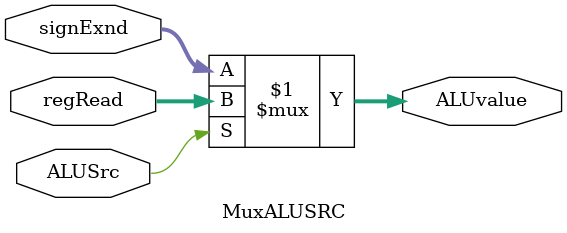
<source format=v>
module MuxALUSRC(
	input [31:0] regRead,
	input [31:0] signExnd,
	input ALUSrc,
	output [31:0] ALUvalue);

	assign ALUvalue = (ALUSrc) ? regRead : signExnd;
endmodule 

</source>
